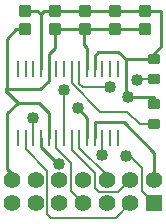
<source format=gbr>
G04 DipTrace 4.1.3.1*
G04 1 - Top.gbr*
%MOIN*%
G04 #@! TF.FileFunction,Copper,L1,Top*
G04 #@! TF.Part,Single*
%AMOUTLINE0*
4,1,28,
-0.021063,-0.009646,
-0.021063,0.009645,
-0.020741,0.012091,
-0.019798,0.014369,
-0.018296,0.016326,
-0.016339,0.017828,
-0.01406,0.018772,
-0.011615,0.019094,
0.011614,0.019095,
0.014059,0.018773,
0.016338,0.017829,
0.018295,0.016328,
0.019797,0.014371,
0.020741,0.012092,
0.021063,0.009646,
0.021063,-0.009645,
0.020741,-0.012091,
0.019798,-0.014369,
0.018296,-0.016326,
0.016339,-0.017828,
0.01406,-0.018772,
0.011615,-0.019094,
-0.011614,-0.019095,
-0.014059,-0.018773,
-0.016338,-0.017829,
-0.018295,-0.016328,
-0.019797,-0.014371,
-0.020741,-0.012092,
-0.021063,-0.009646,
0*%
%AMOUTLINE3*
4,1,28,
0.021063,0.009646,
0.021063,-0.009645,
0.020741,-0.012091,
0.019798,-0.014369,
0.018296,-0.016326,
0.016339,-0.017828,
0.01406,-0.018772,
0.011615,-0.019094,
-0.011614,-0.019095,
-0.014059,-0.018773,
-0.016338,-0.017829,
-0.018295,-0.016328,
-0.019797,-0.014371,
-0.020741,-0.012092,
-0.021063,-0.009646,
-0.021063,0.009645,
-0.020741,0.012091,
-0.019798,0.014369,
-0.018296,0.016326,
-0.016339,0.017828,
-0.01406,0.018772,
-0.011615,0.019094,
0.011614,0.019095,
0.014059,0.018773,
0.016338,0.017829,
0.018295,0.016328,
0.019797,0.014371,
0.020741,0.012092,
0.021063,0.009646,
0*%
%AMOUTLINE6*
4,1,28,
-0.021063,-0.008465,
-0.021063,0.008464,
-0.020781,0.010604,
-0.019956,0.012598,
-0.018642,0.01431,
-0.016929,0.015624,
-0.014935,0.01645,
-0.012796,0.016732,
0.012795,0.016733,
0.014935,0.016451,
0.016929,0.015625,
0.018641,0.014311,
0.019955,0.012599,
0.020781,0.010605,
0.021063,0.008465,
0.021063,-0.008464,
0.020781,-0.010604,
0.019956,-0.012598,
0.018642,-0.01431,
0.016929,-0.015624,
0.014935,-0.01645,
0.012796,-0.016732,
-0.012795,-0.016733,
-0.014935,-0.016451,
-0.016929,-0.015625,
-0.018641,-0.014311,
-0.019955,-0.012599,
-0.020781,-0.010605,
-0.021063,-0.008465,
0*%
%AMOUTLINE9*
4,1,28,
0.021063,0.008465,
0.021063,-0.008464,
0.020781,-0.010604,
0.019956,-0.012598,
0.018642,-0.01431,
0.016929,-0.015624,
0.014935,-0.01645,
0.012796,-0.016732,
-0.012795,-0.016733,
-0.014935,-0.016451,
-0.016929,-0.015625,
-0.018641,-0.014311,
-0.019955,-0.012599,
-0.020781,-0.010605,
-0.021063,-0.008465,
-0.021063,0.008464,
-0.020781,0.010604,
-0.019956,0.012598,
-0.018642,0.01431,
-0.016929,0.015624,
-0.014935,0.01645,
-0.012796,0.016732,
0.012795,0.016733,
0.014935,0.016451,
0.016929,0.015625,
0.018641,0.014311,
0.019955,0.012599,
0.020781,0.010605,
0.021063,0.008465,
0*%
G04 #@! TA.AperFunction,Conductor*
%ADD13C,0.011417*%
%ADD14C,0.009843*%
%ADD15C,0.01378*%
%ADD16C,0.005906*%
%ADD17R,0.011417X0.05315*%
G04 #@! TA.AperFunction,ComponentPad*
%ADD18R,0.055118X0.055118*%
%ADD19C,0.055118*%
G04 #@! TA.AperFunction,ViaPad*
%ADD20C,0.04*%
%ADD34OUTLINE0*%
%ADD37OUTLINE3*%
%ADD40OUTLINE6*%
%ADD43OUTLINE9*%
%FSLAX26Y26*%
G04*
G70*
G90*
G75*
G01*
G04 Top*
%LPD*%
X890159Y1133071D2*
D13*
X790157D1*
X448031Y632480D2*
D14*
Y651969D1*
D13*
X431102Y668898D1*
Y853446D1*
X466239Y888583D1*
X536220D1*
X569104Y855699D1*
Y772239D1*
X665748Y870866D2*
X697056Y839558D1*
Y772249D1*
X569085Y1002554D2*
Y962392D1*
X540945Y934252D1*
X429134D1*
Y1102362D1*
X459843Y1133071D1*
X490157D1*
X690157D2*
D16*
X688189D1*
D13*
Y1081890D1*
X697038Y1073041D1*
Y1002564D1*
X790157Y1133071D2*
X690157D1*
X466239Y888583D2*
X429134Y925688D1*
D15*
Y934252D1*
X590157Y1133071D2*
D13*
Y1072441D1*
X569085Y1051369D1*
Y1002554D1*
X690157Y1133071D2*
X590157D1*
X920472Y632480D2*
D14*
Y722341D1*
X819585Y823228D1*
X722647D1*
Y772251D1*
X722629Y1002566D2*
Y1045802D1*
X734453Y1057626D1*
X802169D1*
X825791Y1034004D1*
Y914366D1*
D16*
X830508Y909650D1*
X833980D1*
X543495Y1002552D2*
D14*
Y1184243D1*
X555315Y1196063D1*
X590155D1*
X605512Y685945D2*
X599314D1*
X543513Y741745D1*
Y772238D1*
X543495Y1184243D2*
X531675Y1196063D1*
X490155D1*
X833980Y909650D2*
X921799D1*
Y884055D1*
X921654Y1034007D2*
X825791Y1034004D1*
X890156Y1196063D2*
X942913D1*
Y1075197D1*
X921654Y1053937D1*
Y1034007D1*
X790155Y1196063D2*
X890156D1*
X690155D2*
X790155D1*
X590155D2*
X690155D1*
X921654Y967471D2*
D16*
X863386D1*
Y964961D1*
X773311Y940161D2*
X683272D1*
X671448Y951986D1*
Y1002562D1*
X645857Y1002560D2*
Y953356D1*
X739764Y859449D1*
X830709D1*
X872638Y817520D1*
X921802D1*
X826772Y711811D2*
X840472D1*
X879528Y672756D1*
Y594685D1*
X920472Y553740D1*
X620472Y931496D2*
X620285Y772243D1*
X841732Y553740D2*
X793504Y505512D1*
X577488D1*
X564961Y518039D1*
Y662598D1*
X492332Y735227D1*
Y772234D1*
X841732Y632480D2*
X802165Y592913D1*
X735756D1*
X723228Y605441D1*
Y653150D1*
X645875Y730503D1*
Y772245D1*
X748425Y716142D2*
Y772253D1*
X762992Y632480D2*
Y646850D1*
X671466Y738377D1*
Y772247D1*
X684252Y553740D2*
X643701Y594291D1*
Y689370D1*
X594694Y738377D1*
Y772241D1*
X517717Y837008D2*
Y772235D1*
X517923D1*
D20*
X665748Y870866D3*
X833980Y909650D3*
X605512Y685945D3*
X863386Y964961D3*
X773311Y940161D3*
X620472Y931496D3*
X826772Y711811D3*
X748425Y716142D3*
X517717Y837008D3*
D17*
X799401Y1002572D3*
X773810Y1002570D3*
X748219Y1002568D3*
X722629Y1002566D3*
X697038Y1002564D3*
X671448Y1002562D3*
X645857Y1002560D3*
X620267Y1002558D3*
X594676Y1002556D3*
X569086Y1002554D3*
X543495Y1002552D3*
X517905Y1002550D3*
X492314Y1002548D3*
X466723Y1002546D3*
X466741Y772231D3*
X492332Y772233D3*
X517922Y772235D3*
X543513Y772237D3*
X569103Y772239D3*
X594694Y772241D3*
X620284Y772243D3*
X645875Y772245D3*
X671466Y772247D3*
X697056Y772249D3*
X722647Y772251D3*
X748237Y772253D3*
X773828Y772255D3*
X799418Y772257D3*
D18*
X920472Y553740D3*
D19*
Y632480D3*
X841732Y553740D3*
Y632480D3*
X762992Y553740D3*
Y632480D3*
X684252Y553740D3*
Y632480D3*
X605512Y553740D3*
Y632480D3*
X526772Y553740D3*
Y632480D3*
X448031Y553740D3*
Y632480D3*
D34*
X490157Y1133071D3*
D37*
X490155Y1196063D3*
D34*
X590158Y1133071D3*
D37*
X590155Y1196063D3*
D34*
X690158Y1133071D3*
D37*
X690155Y1196063D3*
D34*
X790158Y1133071D3*
D37*
X790155Y1196063D3*
D34*
X890159Y1133071D3*
D37*
X890156Y1196063D3*
D40*
X921654Y967471D3*
D43*
X921653Y1034007D3*
D40*
X921802Y817520D3*
D43*
X921799Y884055D3*
M02*

</source>
